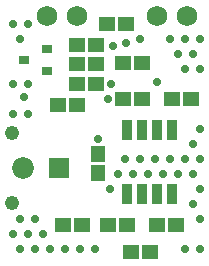
<source format=gts>
G04*
G04 #@! TF.GenerationSoftware,Altium Limited,Altium Designer,22.5.1 (42)*
G04*
G04 Layer_Color=8388736*
%FSLAX25Y25*%
%MOIN*%
G70*
G04*
G04 #@! TF.SameCoordinates,3A988065-C8E6-409E-8F77-962EE0EB2120*
G04*
G04*
G04 #@! TF.FilePolarity,Negative*
G04*
G01*
G75*
%ADD16R,0.03200X0.06800*%
%ADD17R,0.05328X0.05131*%
%ADD18R,0.05131X0.05328*%
%ADD19R,0.03556X0.03162*%
%ADD20C,0.06800*%
%ADD21C,0.04816*%
%ADD22C,0.07237*%
%ADD23R,0.07032X0.07032*%
%ADD24C,0.02800*%
D16*
X48000Y28250D02*
D03*
X53000D02*
D03*
X58000D02*
D03*
X63000D02*
D03*
Y49750D02*
D03*
X58000D02*
D03*
X53000D02*
D03*
X48000D02*
D03*
D17*
X37799Y71500D02*
D03*
X31500D02*
D03*
Y78000D02*
D03*
X37799D02*
D03*
X47650Y85000D02*
D03*
X41350D02*
D03*
X58000Y18000D02*
D03*
X64299D02*
D03*
X55650Y9000D02*
D03*
X49350D02*
D03*
X41701Y18000D02*
D03*
X48000D02*
D03*
X33150D02*
D03*
X26850D02*
D03*
X63000Y60000D02*
D03*
X69299D02*
D03*
X46701D02*
D03*
X53000D02*
D03*
X53150Y72000D02*
D03*
X46850D02*
D03*
X31500Y65000D02*
D03*
X37799D02*
D03*
X25201Y58000D02*
D03*
X31500D02*
D03*
D18*
X38500Y41650D02*
D03*
Y35350D02*
D03*
D19*
X21437Y69260D02*
D03*
Y76740D02*
D03*
X13563Y73000D02*
D03*
D20*
X21500Y87500D02*
D03*
X31500D02*
D03*
X58000D02*
D03*
X68000D02*
D03*
D21*
X9791Y25189D02*
D03*
Y48811D02*
D03*
D22*
X13492Y37000D02*
D03*
D23*
X25303D02*
D03*
D24*
X62500Y40000D02*
D03*
X10000Y55000D02*
D03*
X52500Y40000D02*
D03*
X57500D02*
D03*
X62500Y80000D02*
D03*
X10000Y65000D02*
D03*
X12500Y10000D02*
D03*
X67500D02*
D03*
X72500Y70000D02*
D03*
Y30000D02*
D03*
Y80000D02*
D03*
X17500Y20000D02*
D03*
X10000Y15000D02*
D03*
X17500Y10000D02*
D03*
X72500Y20000D02*
D03*
X22500Y10000D02*
D03*
X70000Y35000D02*
D03*
X67500Y80000D02*
D03*
X60000Y35000D02*
D03*
X65000D02*
D03*
X70000Y25000D02*
D03*
X42500Y30000D02*
D03*
X10000Y85000D02*
D03*
X50000Y35000D02*
D03*
X15000Y15000D02*
D03*
X37500Y10000D02*
D03*
X15000Y65000D02*
D03*
X67500Y70000D02*
D03*
X72500Y10000D02*
D03*
X70000Y75000D02*
D03*
X20000Y15000D02*
D03*
X72500Y50000D02*
D03*
X52500Y80000D02*
D03*
X15000Y85000D02*
D03*
X12500Y80000D02*
D03*
X72500Y40000D02*
D03*
X45000Y35000D02*
D03*
X27500Y10000D02*
D03*
X47500Y40000D02*
D03*
X55000Y35000D02*
D03*
X12500Y20000D02*
D03*
X67500Y40000D02*
D03*
X32500Y10000D02*
D03*
X65000Y75000D02*
D03*
X15000Y55000D02*
D03*
X70000Y45000D02*
D03*
X43500Y77500D02*
D03*
X47682Y78567D02*
D03*
X13563Y60563D02*
D03*
X42682Y65067D02*
D03*
X41691Y60000D02*
D03*
X58000Y65500D02*
D03*
X38500Y46691D02*
D03*
M02*

</source>
